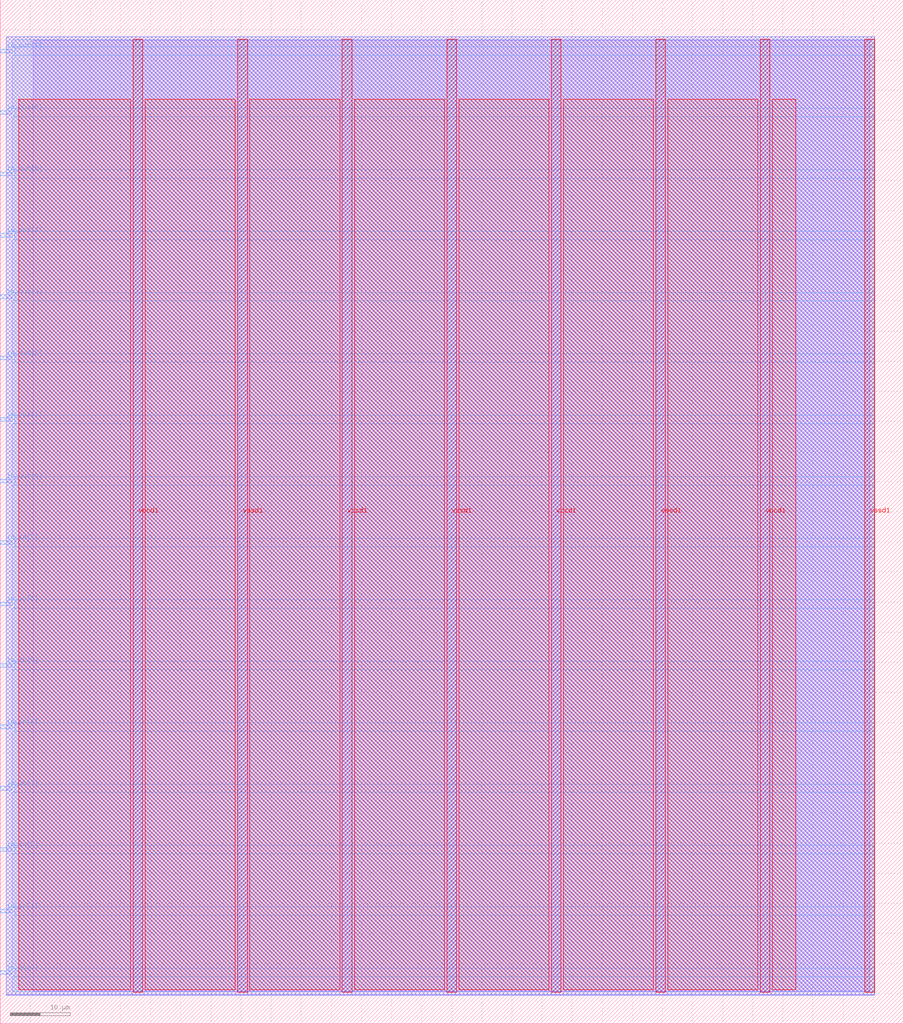
<source format=lef>
VERSION 5.7 ;
  NOWIREEXTENSIONATPIN ON ;
  DIVIDERCHAR "/" ;
  BUSBITCHARS "[]" ;
MACRO AidanMedcalf_pid_controller
  CLASS BLOCK ;
  FOREIGN AidanMedcalf_pid_controller ;
  ORIGIN 0.000 0.000 ;
  SIZE 150.000 BY 170.000 ;
  PIN io_in[0]
    DIRECTION INPUT ;
    USE SIGNAL ;
    PORT
      LAYER met3 ;
        RECT 0.000 8.200 2.000 8.800 ;
    END
  END io_in[0]
  PIN io_in[1]
    DIRECTION INPUT ;
    USE SIGNAL ;
    PORT
      LAYER met3 ;
        RECT 0.000 18.400 2.000 19.000 ;
    END
  END io_in[1]
  PIN io_in[2]
    DIRECTION INPUT ;
    USE SIGNAL ;
    PORT
      LAYER met3 ;
        RECT 0.000 28.600 2.000 29.200 ;
    END
  END io_in[2]
  PIN io_in[3]
    DIRECTION INPUT ;
    USE SIGNAL ;
    PORT
      LAYER met3 ;
        RECT 0.000 38.800 2.000 39.400 ;
    END
  END io_in[3]
  PIN io_in[4]
    DIRECTION INPUT ;
    USE SIGNAL ;
    PORT
      LAYER met3 ;
        RECT 0.000 49.000 2.000 49.600 ;
    END
  END io_in[4]
  PIN io_in[5]
    DIRECTION INPUT ;
    USE SIGNAL ;
    PORT
      LAYER met3 ;
        RECT 0.000 59.200 2.000 59.800 ;
    END
  END io_in[5]
  PIN io_in[6]
    DIRECTION INPUT ;
    USE SIGNAL ;
    PORT
      LAYER met3 ;
        RECT 0.000 69.400 2.000 70.000 ;
    END
  END io_in[6]
  PIN io_in[7]
    DIRECTION INPUT ;
    USE SIGNAL ;
    PORT
      LAYER met3 ;
        RECT 0.000 79.600 2.000 80.200 ;
    END
  END io_in[7]
  PIN io_out[0]
    DIRECTION OUTPUT TRISTATE ;
    USE SIGNAL ;
    PORT
      LAYER met3 ;
        RECT 0.000 89.800 2.000 90.400 ;
    END
  END io_out[0]
  PIN io_out[1]
    DIRECTION OUTPUT TRISTATE ;
    USE SIGNAL ;
    PORT
      LAYER met3 ;
        RECT 0.000 100.000 2.000 100.600 ;
    END
  END io_out[1]
  PIN io_out[2]
    DIRECTION OUTPUT TRISTATE ;
    USE SIGNAL ;
    PORT
      LAYER met3 ;
        RECT 0.000 110.200 2.000 110.800 ;
    END
  END io_out[2]
  PIN io_out[3]
    DIRECTION OUTPUT TRISTATE ;
    USE SIGNAL ;
    PORT
      LAYER met3 ;
        RECT 0.000 120.400 2.000 121.000 ;
    END
  END io_out[3]
  PIN io_out[4]
    DIRECTION OUTPUT TRISTATE ;
    USE SIGNAL ;
    PORT
      LAYER met3 ;
        RECT 0.000 130.600 2.000 131.200 ;
    END
  END io_out[4]
  PIN io_out[5]
    DIRECTION OUTPUT TRISTATE ;
    USE SIGNAL ;
    PORT
      LAYER met3 ;
        RECT 0.000 140.800 2.000 141.400 ;
    END
  END io_out[5]
  PIN io_out[6]
    DIRECTION OUTPUT TRISTATE ;
    USE SIGNAL ;
    PORT
      LAYER met3 ;
        RECT 0.000 151.000 2.000 151.600 ;
    END
  END io_out[6]
  PIN io_out[7]
    DIRECTION OUTPUT TRISTATE ;
    USE SIGNAL ;
    PORT
      LAYER met3 ;
        RECT 0.000 161.200 2.000 161.800 ;
    END
  END io_out[7]
  PIN vccd1
    DIRECTION INOUT ;
    USE POWER ;
    PORT
      LAYER met4 ;
        RECT 22.085 5.200 23.685 163.440 ;
    END
    PORT
      LAYER met4 ;
        RECT 56.815 5.200 58.415 163.440 ;
    END
    PORT
      LAYER met4 ;
        RECT 91.545 5.200 93.145 163.440 ;
    END
    PORT
      LAYER met4 ;
        RECT 126.275 5.200 127.875 163.440 ;
    END
  END vccd1
  PIN vssd1
    DIRECTION INOUT ;
    USE GROUND ;
    PORT
      LAYER met4 ;
        RECT 39.450 5.200 41.050 163.440 ;
    END
    PORT
      LAYER met4 ;
        RECT 74.180 5.200 75.780 163.440 ;
    END
    PORT
      LAYER met4 ;
        RECT 108.910 5.200 110.510 163.440 ;
    END
    PORT
      LAYER met4 ;
        RECT 143.640 5.200 145.240 163.440 ;
    END
  END vssd1
  OBS
      LAYER li1 ;
        RECT 5.520 5.355 144.440 163.285 ;
      LAYER met1 ;
        RECT 0.990 4.800 145.240 163.840 ;
      LAYER met2 ;
        RECT 1.020 4.770 145.210 163.870 ;
      LAYER met3 ;
        RECT 2.000 162.200 145.230 163.365 ;
        RECT 2.400 160.800 145.230 162.200 ;
        RECT 2.000 152.000 145.230 160.800 ;
        RECT 2.400 150.600 145.230 152.000 ;
        RECT 2.000 141.800 145.230 150.600 ;
        RECT 2.400 140.400 145.230 141.800 ;
        RECT 2.000 131.600 145.230 140.400 ;
        RECT 2.400 130.200 145.230 131.600 ;
        RECT 2.000 121.400 145.230 130.200 ;
        RECT 2.400 120.000 145.230 121.400 ;
        RECT 2.000 111.200 145.230 120.000 ;
        RECT 2.400 109.800 145.230 111.200 ;
        RECT 2.000 101.000 145.230 109.800 ;
        RECT 2.400 99.600 145.230 101.000 ;
        RECT 2.000 90.800 145.230 99.600 ;
        RECT 2.400 89.400 145.230 90.800 ;
        RECT 2.000 80.600 145.230 89.400 ;
        RECT 2.400 79.200 145.230 80.600 ;
        RECT 2.000 70.400 145.230 79.200 ;
        RECT 2.400 69.000 145.230 70.400 ;
        RECT 2.000 60.200 145.230 69.000 ;
        RECT 2.400 58.800 145.230 60.200 ;
        RECT 2.000 50.000 145.230 58.800 ;
        RECT 2.400 48.600 145.230 50.000 ;
        RECT 2.000 39.800 145.230 48.600 ;
        RECT 2.400 38.400 145.230 39.800 ;
        RECT 2.000 29.600 145.230 38.400 ;
        RECT 2.400 28.200 145.230 29.600 ;
        RECT 2.000 19.400 145.230 28.200 ;
        RECT 2.400 18.000 145.230 19.400 ;
        RECT 2.000 9.200 145.230 18.000 ;
        RECT 2.400 7.800 145.230 9.200 ;
        RECT 2.000 5.275 145.230 7.800 ;
      LAYER met4 ;
        RECT 3.055 5.615 21.685 153.505 ;
        RECT 24.085 5.615 39.050 153.505 ;
        RECT 41.450 5.615 56.415 153.505 ;
        RECT 58.815 5.615 73.780 153.505 ;
        RECT 76.180 5.615 91.145 153.505 ;
        RECT 93.545 5.615 108.510 153.505 ;
        RECT 110.910 5.615 125.875 153.505 ;
        RECT 128.275 5.615 132.185 153.505 ;
  END
END AidanMedcalf_pid_controller
END LIBRARY


</source>
